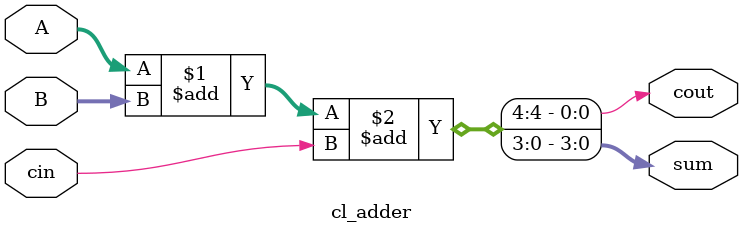
<source format=v>
module cl_adder (
    input [3:0] A, // 4-bit input A
    input [3:0] B, // 4-bit input B
    input cin,     // Carry-in
    output [3:0] sum, // 4-bit output sum
    output cout    // Carry-out
);

assign {cout, sum} = A + B + cin;

endmodule

</source>
